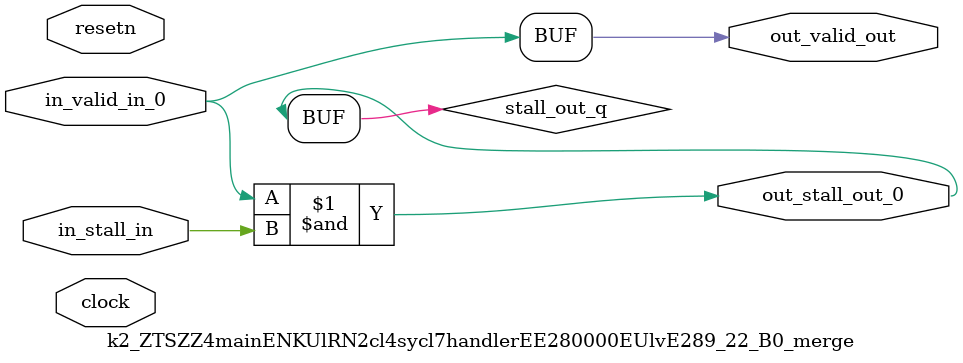
<source format=sv>



(* altera_attribute = "-name AUTO_SHIFT_REGISTER_RECOGNITION OFF; -name MESSAGE_DISABLE 10036; -name MESSAGE_DISABLE 10037; -name MESSAGE_DISABLE 14130; -name MESSAGE_DISABLE 14320; -name MESSAGE_DISABLE 15400; -name MESSAGE_DISABLE 14130; -name MESSAGE_DISABLE 10036; -name MESSAGE_DISABLE 12020; -name MESSAGE_DISABLE 12030; -name MESSAGE_DISABLE 12010; -name MESSAGE_DISABLE 12110; -name MESSAGE_DISABLE 14320; -name MESSAGE_DISABLE 13410; -name MESSAGE_DISABLE 113007; -name MESSAGE_DISABLE 10958" *)
module k2_ZTSZZ4mainENKUlRN2cl4sycl7handlerEE280000EUlvE289_22_B0_merge (
    input wire [0:0] in_stall_in,
    input wire [0:0] in_valid_in_0,
    output wire [0:0] out_stall_out_0,
    output wire [0:0] out_valid_out,
    input wire clock,
    input wire resetn
    );

    wire [0:0] stall_out_q;


    // stall_out(LOGICAL,6)
    assign stall_out_q = in_valid_in_0 & in_stall_in;

    // out_stall_out_0(GPOUT,4)
    assign out_stall_out_0 = stall_out_q;

    // out_valid_out(GPOUT,5)
    assign out_valid_out = in_valid_in_0;

endmodule

</source>
